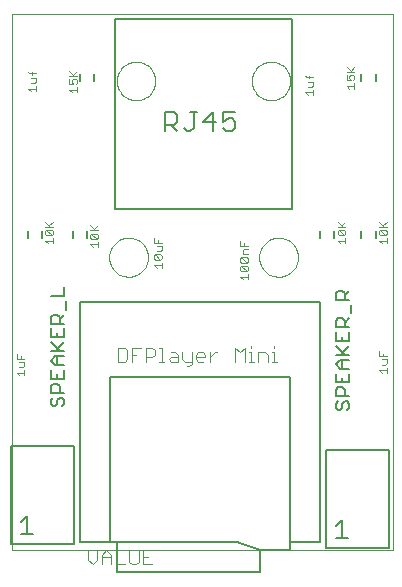
<source format=gto>
G75*
%MOIN*%
%OFA0B0*%
%FSLAX24Y24*%
%IPPOS*%
%LPD*%
%AMOC8*
5,1,8,0,0,1.08239X$1,22.5*
%
%ADD10C,0.0000*%
%ADD11C,0.0080*%
%ADD12C,0.0060*%
%ADD13C,0.0040*%
%ADD14C,0.0050*%
D10*
X000191Y000875D02*
X000191Y018736D01*
X012877Y018736D01*
X012877Y000875D01*
X000191Y000875D01*
X003416Y010625D02*
X003418Y010675D01*
X003424Y010725D01*
X003434Y010775D01*
X003447Y010823D01*
X003464Y010871D01*
X003485Y010917D01*
X003509Y010961D01*
X003537Y011003D01*
X003568Y011043D01*
X003602Y011080D01*
X003639Y011115D01*
X003678Y011146D01*
X003719Y011175D01*
X003763Y011200D01*
X003809Y011222D01*
X003856Y011240D01*
X003904Y011254D01*
X003953Y011265D01*
X004003Y011272D01*
X004053Y011275D01*
X004104Y011274D01*
X004154Y011269D01*
X004204Y011260D01*
X004252Y011248D01*
X004300Y011231D01*
X004346Y011211D01*
X004391Y011188D01*
X004434Y011161D01*
X004474Y011131D01*
X004512Y011098D01*
X004547Y011062D01*
X004580Y011023D01*
X004609Y010982D01*
X004635Y010939D01*
X004658Y010894D01*
X004677Y010847D01*
X004692Y010799D01*
X004704Y010750D01*
X004712Y010700D01*
X004716Y010650D01*
X004716Y010600D01*
X004712Y010550D01*
X004704Y010500D01*
X004692Y010451D01*
X004677Y010403D01*
X004658Y010356D01*
X004635Y010311D01*
X004609Y010268D01*
X004580Y010227D01*
X004547Y010188D01*
X004512Y010152D01*
X004474Y010119D01*
X004434Y010089D01*
X004391Y010062D01*
X004346Y010039D01*
X004300Y010019D01*
X004252Y010002D01*
X004204Y009990D01*
X004154Y009981D01*
X004104Y009976D01*
X004053Y009975D01*
X004003Y009978D01*
X003953Y009985D01*
X003904Y009996D01*
X003856Y010010D01*
X003809Y010028D01*
X003763Y010050D01*
X003719Y010075D01*
X003678Y010104D01*
X003639Y010135D01*
X003602Y010170D01*
X003568Y010207D01*
X003537Y010247D01*
X003509Y010289D01*
X003485Y010333D01*
X003464Y010379D01*
X003447Y010427D01*
X003434Y010475D01*
X003424Y010525D01*
X003418Y010575D01*
X003416Y010625D01*
X008416Y010625D02*
X008418Y010675D01*
X008424Y010725D01*
X008434Y010775D01*
X008447Y010823D01*
X008464Y010871D01*
X008485Y010917D01*
X008509Y010961D01*
X008537Y011003D01*
X008568Y011043D01*
X008602Y011080D01*
X008639Y011115D01*
X008678Y011146D01*
X008719Y011175D01*
X008763Y011200D01*
X008809Y011222D01*
X008856Y011240D01*
X008904Y011254D01*
X008953Y011265D01*
X009003Y011272D01*
X009053Y011275D01*
X009104Y011274D01*
X009154Y011269D01*
X009204Y011260D01*
X009252Y011248D01*
X009300Y011231D01*
X009346Y011211D01*
X009391Y011188D01*
X009434Y011161D01*
X009474Y011131D01*
X009512Y011098D01*
X009547Y011062D01*
X009580Y011023D01*
X009609Y010982D01*
X009635Y010939D01*
X009658Y010894D01*
X009677Y010847D01*
X009692Y010799D01*
X009704Y010750D01*
X009712Y010700D01*
X009716Y010650D01*
X009716Y010600D01*
X009712Y010550D01*
X009704Y010500D01*
X009692Y010451D01*
X009677Y010403D01*
X009658Y010356D01*
X009635Y010311D01*
X009609Y010268D01*
X009580Y010227D01*
X009547Y010188D01*
X009512Y010152D01*
X009474Y010119D01*
X009434Y010089D01*
X009391Y010062D01*
X009346Y010039D01*
X009300Y010019D01*
X009252Y010002D01*
X009204Y009990D01*
X009154Y009981D01*
X009104Y009976D01*
X009053Y009975D01*
X009003Y009978D01*
X008953Y009985D01*
X008904Y009996D01*
X008856Y010010D01*
X008809Y010028D01*
X008763Y010050D01*
X008719Y010075D01*
X008678Y010104D01*
X008639Y010135D01*
X008602Y010170D01*
X008568Y010207D01*
X008537Y010247D01*
X008509Y010289D01*
X008485Y010333D01*
X008464Y010379D01*
X008447Y010427D01*
X008434Y010475D01*
X008424Y010525D01*
X008418Y010575D01*
X008416Y010625D01*
X008176Y016500D02*
X008178Y016550D01*
X008184Y016600D01*
X008194Y016649D01*
X008207Y016698D01*
X008225Y016745D01*
X008246Y016791D01*
X008270Y016834D01*
X008298Y016876D01*
X008329Y016916D01*
X008363Y016953D01*
X008400Y016987D01*
X008440Y017018D01*
X008482Y017046D01*
X008525Y017070D01*
X008571Y017091D01*
X008618Y017109D01*
X008667Y017122D01*
X008716Y017132D01*
X008766Y017138D01*
X008816Y017140D01*
X008866Y017138D01*
X008916Y017132D01*
X008965Y017122D01*
X009014Y017109D01*
X009061Y017091D01*
X009107Y017070D01*
X009150Y017046D01*
X009192Y017018D01*
X009232Y016987D01*
X009269Y016953D01*
X009303Y016916D01*
X009334Y016876D01*
X009362Y016834D01*
X009386Y016791D01*
X009407Y016745D01*
X009425Y016698D01*
X009438Y016649D01*
X009448Y016600D01*
X009454Y016550D01*
X009456Y016500D01*
X009454Y016450D01*
X009448Y016400D01*
X009438Y016351D01*
X009425Y016302D01*
X009407Y016255D01*
X009386Y016209D01*
X009362Y016166D01*
X009334Y016124D01*
X009303Y016084D01*
X009269Y016047D01*
X009232Y016013D01*
X009192Y015982D01*
X009150Y015954D01*
X009107Y015930D01*
X009061Y015909D01*
X009014Y015891D01*
X008965Y015878D01*
X008916Y015868D01*
X008866Y015862D01*
X008816Y015860D01*
X008766Y015862D01*
X008716Y015868D01*
X008667Y015878D01*
X008618Y015891D01*
X008571Y015909D01*
X008525Y015930D01*
X008482Y015954D01*
X008440Y015982D01*
X008400Y016013D01*
X008363Y016047D01*
X008329Y016084D01*
X008298Y016124D01*
X008270Y016166D01*
X008246Y016209D01*
X008225Y016255D01*
X008207Y016302D01*
X008194Y016351D01*
X008184Y016400D01*
X008178Y016450D01*
X008176Y016500D01*
X003676Y016500D02*
X003678Y016550D01*
X003684Y016600D01*
X003694Y016649D01*
X003707Y016698D01*
X003725Y016745D01*
X003746Y016791D01*
X003770Y016834D01*
X003798Y016876D01*
X003829Y016916D01*
X003863Y016953D01*
X003900Y016987D01*
X003940Y017018D01*
X003982Y017046D01*
X004025Y017070D01*
X004071Y017091D01*
X004118Y017109D01*
X004167Y017122D01*
X004216Y017132D01*
X004266Y017138D01*
X004316Y017140D01*
X004366Y017138D01*
X004416Y017132D01*
X004465Y017122D01*
X004514Y017109D01*
X004561Y017091D01*
X004607Y017070D01*
X004650Y017046D01*
X004692Y017018D01*
X004732Y016987D01*
X004769Y016953D01*
X004803Y016916D01*
X004834Y016876D01*
X004862Y016834D01*
X004886Y016791D01*
X004907Y016745D01*
X004925Y016698D01*
X004938Y016649D01*
X004948Y016600D01*
X004954Y016550D01*
X004956Y016500D01*
X004954Y016450D01*
X004948Y016400D01*
X004938Y016351D01*
X004925Y016302D01*
X004907Y016255D01*
X004886Y016209D01*
X004862Y016166D01*
X004834Y016124D01*
X004803Y016084D01*
X004769Y016047D01*
X004732Y016013D01*
X004692Y015982D01*
X004650Y015954D01*
X004607Y015930D01*
X004561Y015909D01*
X004514Y015891D01*
X004465Y015878D01*
X004416Y015868D01*
X004366Y015862D01*
X004316Y015860D01*
X004266Y015862D01*
X004216Y015868D01*
X004167Y015878D01*
X004118Y015891D01*
X004071Y015909D01*
X004025Y015930D01*
X003982Y015954D01*
X003940Y015982D01*
X003900Y016013D01*
X003863Y016047D01*
X003829Y016084D01*
X003798Y016124D01*
X003770Y016166D01*
X003746Y016209D01*
X003725Y016255D01*
X003707Y016302D01*
X003694Y016351D01*
X003684Y016400D01*
X003678Y016450D01*
X003676Y016500D01*
D11*
X003602Y018564D02*
X003602Y012241D01*
X009529Y012241D01*
X009529Y018564D01*
X003602Y018564D01*
X002242Y004333D02*
X000140Y004333D01*
X000140Y001069D01*
X002242Y001069D01*
X002242Y004333D01*
X010640Y004208D02*
X010640Y000944D01*
X012742Y000944D01*
X012742Y004208D01*
X010640Y004208D01*
D12*
X011044Y005530D02*
X010970Y005603D01*
X010970Y005750D01*
X011044Y005824D01*
X011191Y005750D02*
X011264Y005824D01*
X011337Y005824D01*
X011411Y005750D01*
X011411Y005603D01*
X011337Y005530D01*
X011191Y005603D02*
X011191Y005750D01*
X011191Y005603D02*
X011117Y005530D01*
X011044Y005530D01*
X010970Y005990D02*
X010970Y006211D01*
X011044Y006284D01*
X011191Y006284D01*
X011264Y006211D01*
X011264Y005990D01*
X011411Y005990D02*
X010970Y005990D01*
X010970Y006451D02*
X011411Y006451D01*
X011411Y006744D01*
X011411Y006911D02*
X011117Y006911D01*
X010970Y007058D01*
X011117Y007205D01*
X011411Y007205D01*
X011411Y007372D02*
X010970Y007372D01*
X011191Y007445D02*
X011411Y007665D01*
X011411Y007832D02*
X011411Y008126D01*
X011411Y008292D02*
X010970Y008292D01*
X010970Y008513D01*
X011044Y008586D01*
X011191Y008586D01*
X011264Y008513D01*
X011264Y008292D01*
X011264Y008439D02*
X011411Y008586D01*
X011484Y008753D02*
X011484Y009046D01*
X011411Y009213D02*
X010970Y009213D01*
X010970Y009433D01*
X011044Y009507D01*
X011191Y009507D01*
X011264Y009433D01*
X011264Y009213D01*
X011264Y009360D02*
X011411Y009507D01*
X010970Y008126D02*
X010970Y007832D01*
X011411Y007832D01*
X011191Y007832D02*
X011191Y007979D01*
X010970Y007665D02*
X011264Y007372D01*
X011191Y007205D02*
X011191Y006911D01*
X010970Y006744D02*
X010970Y006451D01*
X011191Y006451D02*
X011191Y006598D01*
X010927Y011257D02*
X010927Y011493D01*
X010455Y011493D02*
X010455Y011257D01*
X011830Y011257D02*
X011830Y011493D01*
X012302Y011493D02*
X012302Y011257D01*
X007628Y014937D02*
X007522Y014830D01*
X007308Y014830D01*
X007201Y014937D01*
X007201Y015150D02*
X007415Y015257D01*
X007522Y015257D01*
X007628Y015150D01*
X007628Y014937D01*
X007201Y015150D02*
X007201Y015471D01*
X007628Y015471D01*
X006984Y015150D02*
X006557Y015150D01*
X006877Y015471D01*
X006877Y014830D01*
X006232Y014937D02*
X006126Y014830D01*
X006019Y014830D01*
X005912Y014937D01*
X005695Y014830D02*
X005481Y015044D01*
X005588Y015044D02*
X005268Y015044D01*
X005268Y014830D02*
X005268Y015471D01*
X005588Y015471D01*
X005695Y015364D01*
X005695Y015150D01*
X005588Y015044D01*
X006232Y014937D02*
X006232Y015471D01*
X006126Y015471D02*
X006339Y015471D01*
X002927Y016507D02*
X002927Y016743D01*
X002455Y016743D02*
X002455Y016507D01*
X002677Y011493D02*
X002677Y011257D01*
X002205Y011257D02*
X002205Y011493D01*
X001177Y011493D02*
X001177Y011257D01*
X000705Y011257D02*
X000705Y011493D01*
X001911Y009632D02*
X001911Y009338D01*
X001470Y009338D01*
X001984Y009171D02*
X001984Y008878D01*
X001911Y008711D02*
X001764Y008564D01*
X001764Y008638D02*
X001764Y008417D01*
X001911Y008417D02*
X001470Y008417D01*
X001470Y008638D01*
X001544Y008711D01*
X001691Y008711D01*
X001764Y008638D01*
X001911Y008251D02*
X001911Y007957D01*
X001470Y007957D01*
X001470Y008251D01*
X001691Y008104D02*
X001691Y007957D01*
X001911Y007790D02*
X001691Y007570D01*
X001764Y007497D02*
X001470Y007790D01*
X001470Y007497D02*
X001911Y007497D01*
X001911Y007330D02*
X001617Y007330D01*
X001470Y007183D01*
X001617Y007036D01*
X001911Y007036D01*
X001911Y006869D02*
X001911Y006576D01*
X001470Y006576D01*
X001470Y006869D01*
X001691Y006723D02*
X001691Y006576D01*
X001691Y006409D02*
X001764Y006336D01*
X001764Y006115D01*
X001911Y006115D02*
X001470Y006115D01*
X001470Y006336D01*
X001544Y006409D01*
X001691Y006409D01*
X001764Y005949D02*
X001837Y005949D01*
X001911Y005875D01*
X001911Y005728D01*
X001837Y005655D01*
X001691Y005728D02*
X001617Y005655D01*
X001544Y005655D01*
X001470Y005728D01*
X001470Y005875D01*
X001544Y005949D01*
X001691Y005875D02*
X001764Y005949D01*
X001691Y005875D02*
X001691Y005728D01*
X001691Y007036D02*
X001691Y007330D01*
X011830Y016507D02*
X011830Y016743D01*
X012302Y016743D02*
X012302Y016507D01*
D13*
X011596Y016565D02*
X011552Y016521D01*
X011596Y016565D02*
X011596Y016651D01*
X011552Y016695D01*
X011466Y016695D01*
X011422Y016651D01*
X011422Y016608D01*
X011466Y016521D01*
X011336Y016521D01*
X011336Y016695D01*
X011336Y016797D02*
X011596Y016797D01*
X011509Y016797D02*
X011336Y016971D01*
X011466Y016841D02*
X011596Y016971D01*
X011596Y016418D02*
X011596Y016245D01*
X011596Y016332D02*
X011336Y016332D01*
X011422Y016245D01*
X010221Y016207D02*
X010221Y016033D01*
X010221Y016120D02*
X009961Y016120D01*
X010047Y016033D01*
X010047Y016310D02*
X010177Y016310D01*
X010221Y016353D01*
X010221Y016483D01*
X010047Y016483D01*
X010091Y016586D02*
X010091Y016673D01*
X010004Y016629D02*
X009961Y016673D01*
X010004Y016629D02*
X010221Y016629D01*
X002346Y016672D02*
X002086Y016672D01*
X002086Y016570D02*
X002086Y016396D01*
X002216Y016396D01*
X002172Y016483D01*
X002172Y016526D01*
X002216Y016570D01*
X002302Y016570D01*
X002346Y016526D01*
X002346Y016440D01*
X002302Y016396D01*
X002346Y016293D02*
X002346Y016120D01*
X002346Y016207D02*
X002086Y016207D01*
X002172Y016120D01*
X002259Y016672D02*
X002086Y016846D01*
X002216Y016716D02*
X002346Y016846D01*
X000971Y016754D02*
X000754Y016754D01*
X000711Y016798D01*
X000841Y016798D02*
X000841Y016711D01*
X000797Y016608D02*
X000971Y016608D01*
X000971Y016478D01*
X000927Y016435D01*
X000797Y016435D01*
X000971Y016332D02*
X000971Y016158D01*
X000971Y016245D02*
X000711Y016245D01*
X000797Y016158D01*
X001286Y011817D02*
X001459Y011644D01*
X001416Y011687D02*
X001546Y011817D01*
X001546Y011644D02*
X001286Y011644D01*
X001329Y011541D02*
X001502Y011368D01*
X001546Y011411D01*
X001546Y011498D01*
X001502Y011541D01*
X001329Y011541D01*
X001286Y011498D01*
X001286Y011411D01*
X001329Y011368D01*
X001502Y011368D01*
X001546Y011265D02*
X001546Y011091D01*
X001546Y011178D02*
X001286Y011178D01*
X001372Y011091D01*
X002786Y011053D02*
X002872Y010966D01*
X002786Y011053D02*
X003046Y011053D01*
X003046Y010966D02*
X003046Y011140D01*
X003002Y011243D02*
X002829Y011416D01*
X003002Y011416D01*
X003046Y011373D01*
X003046Y011286D01*
X003002Y011243D01*
X002829Y011243D01*
X002786Y011286D01*
X002786Y011373D01*
X002829Y011416D01*
X002786Y011519D02*
X003046Y011519D01*
X002959Y011519D02*
X002786Y011692D01*
X002916Y011562D02*
X003046Y011692D01*
X004911Y011272D02*
X004911Y011099D01*
X005171Y011099D01*
X005171Y010996D02*
X004997Y010996D01*
X005041Y011099D02*
X005041Y011185D01*
X005171Y010996D02*
X005171Y010866D01*
X005127Y010822D01*
X004997Y010822D01*
X004954Y010720D02*
X005127Y010546D01*
X005171Y010590D01*
X005171Y010676D01*
X005127Y010720D01*
X004954Y010720D01*
X004911Y010676D01*
X004911Y010590D01*
X004954Y010546D01*
X005127Y010546D01*
X005171Y010443D02*
X005171Y010270D01*
X005171Y010357D02*
X004911Y010357D01*
X004997Y010270D01*
X007786Y010215D02*
X007786Y010301D01*
X007829Y010345D01*
X008002Y010171D01*
X008046Y010215D01*
X008046Y010301D01*
X008002Y010345D01*
X007829Y010345D01*
X007829Y010447D02*
X007786Y010491D01*
X007786Y010578D01*
X007829Y010621D01*
X008002Y010447D01*
X008046Y010491D01*
X008046Y010578D01*
X008002Y010621D01*
X007829Y010621D01*
X007872Y010724D02*
X007872Y010854D01*
X007916Y010897D01*
X008046Y010897D01*
X008046Y011000D02*
X007786Y011000D01*
X007786Y011173D01*
X007916Y011087D02*
X007916Y011000D01*
X007872Y010724D02*
X008046Y010724D01*
X008002Y010447D02*
X007829Y010447D01*
X007786Y010215D02*
X007829Y010171D01*
X008002Y010171D01*
X008046Y010068D02*
X008046Y009895D01*
X008046Y009982D02*
X007786Y009982D01*
X007872Y009895D01*
X011036Y011178D02*
X011296Y011178D01*
X011296Y011091D02*
X011296Y011265D01*
X011252Y011368D02*
X011079Y011541D01*
X011252Y011541D01*
X011296Y011498D01*
X011296Y011411D01*
X011252Y011368D01*
X011079Y011368D01*
X011036Y011411D01*
X011036Y011498D01*
X011079Y011541D01*
X011036Y011644D02*
X011296Y011644D01*
X011209Y011644D02*
X011036Y011817D01*
X011166Y011687D02*
X011296Y011817D01*
X012411Y011817D02*
X012584Y011644D01*
X012541Y011687D02*
X012671Y011817D01*
X012671Y011644D02*
X012411Y011644D01*
X012454Y011541D02*
X012627Y011368D01*
X012671Y011411D01*
X012671Y011498D01*
X012627Y011541D01*
X012454Y011541D01*
X012411Y011498D01*
X012411Y011411D01*
X012454Y011368D01*
X012627Y011368D01*
X012671Y011265D02*
X012671Y011091D01*
X012671Y011178D02*
X012411Y011178D01*
X012497Y011091D01*
X011122Y011091D02*
X011036Y011178D01*
X008929Y007682D02*
X008929Y007605D01*
X008929Y007452D02*
X008929Y007145D01*
X009005Y007145D02*
X008852Y007145D01*
X008698Y007145D02*
X008698Y007375D01*
X008622Y007452D01*
X008391Y007452D01*
X008391Y007145D01*
X008238Y007145D02*
X008085Y007145D01*
X008161Y007145D02*
X008161Y007452D01*
X008085Y007452D01*
X008161Y007605D02*
X008161Y007682D01*
X007931Y007605D02*
X007931Y007145D01*
X007624Y007145D02*
X007624Y007605D01*
X007778Y007452D01*
X007931Y007605D01*
X007010Y007452D02*
X006934Y007452D01*
X006780Y007298D01*
X006780Y007145D02*
X006780Y007452D01*
X006627Y007375D02*
X006627Y007298D01*
X006320Y007298D01*
X006320Y007222D02*
X006320Y007375D01*
X006396Y007452D01*
X006550Y007452D01*
X006627Y007375D01*
X006550Y007145D02*
X006396Y007145D01*
X006320Y007222D01*
X006166Y007145D02*
X005936Y007145D01*
X005859Y007222D01*
X005859Y007452D01*
X005706Y007375D02*
X005629Y007452D01*
X005476Y007452D01*
X005476Y007298D02*
X005706Y007298D01*
X005706Y007375D02*
X005706Y007145D01*
X005476Y007145D01*
X005399Y007222D01*
X005476Y007298D01*
X005245Y007145D02*
X005092Y007145D01*
X005169Y007145D02*
X005169Y007605D01*
X005092Y007605D01*
X004939Y007529D02*
X004939Y007375D01*
X004862Y007298D01*
X004632Y007298D01*
X004632Y007145D02*
X004632Y007605D01*
X004862Y007605D01*
X004939Y007529D01*
X004478Y007605D02*
X004171Y007605D01*
X004171Y007145D01*
X004018Y007222D02*
X004018Y007529D01*
X003941Y007605D01*
X003711Y007605D01*
X003711Y007145D01*
X003941Y007145D01*
X004018Y007222D01*
X004171Y007375D02*
X004325Y007375D01*
X006013Y006992D02*
X006089Y006992D01*
X006166Y007068D01*
X006166Y007452D01*
X008852Y007452D02*
X008929Y007452D01*
X012411Y007496D02*
X012411Y007322D01*
X012671Y007322D01*
X012671Y007220D02*
X012497Y007220D01*
X012541Y007322D02*
X012541Y007409D01*
X012671Y007220D02*
X012671Y007090D01*
X012627Y007046D01*
X012497Y007046D01*
X012671Y006943D02*
X012671Y006770D01*
X012671Y006857D02*
X012411Y006857D01*
X012497Y006770D01*
X004859Y000855D02*
X004552Y000855D01*
X004552Y000395D01*
X004859Y000395D01*
X004706Y000625D02*
X004552Y000625D01*
X004399Y000472D02*
X004399Y000855D01*
X004092Y000855D02*
X004092Y000472D01*
X004169Y000395D01*
X004322Y000395D01*
X004399Y000472D01*
X003939Y000395D02*
X003632Y000395D01*
X003632Y000855D01*
X003478Y000702D02*
X003325Y000855D01*
X003171Y000702D01*
X003171Y000395D01*
X003018Y000548D02*
X003018Y000855D01*
X003171Y000625D02*
X003478Y000625D01*
X003478Y000702D02*
X003478Y000395D01*
X003018Y000548D02*
X002864Y000395D01*
X002711Y000548D01*
X002711Y000855D01*
X000596Y006691D02*
X000596Y006865D01*
X000596Y006778D02*
X000336Y006778D01*
X000422Y006691D01*
X000422Y006968D02*
X000552Y006968D01*
X000596Y007011D01*
X000596Y007141D01*
X000422Y007141D01*
X000466Y007244D02*
X000466Y007331D01*
X000336Y007417D02*
X000336Y007244D01*
X000596Y007244D01*
D14*
X003441Y006625D02*
X003441Y001125D01*
X003691Y001125D01*
X003691Y000125D01*
X008441Y000125D01*
X008441Y000875D01*
X007691Y001125D01*
X003691Y001125D01*
X003441Y001125D02*
X002441Y001125D01*
X002441Y009125D01*
X010441Y009125D01*
X010441Y001125D01*
X009441Y001125D01*
X009441Y000875D01*
X008441Y000875D01*
X009441Y001125D02*
X009441Y006625D01*
X003441Y006625D01*
X000685Y001999D02*
X000685Y001388D01*
X000482Y001388D02*
X000889Y001388D01*
X000482Y001795D02*
X000685Y001999D01*
X010982Y001670D02*
X011185Y001874D01*
X011185Y001263D01*
X010982Y001263D02*
X011389Y001263D01*
M02*

</source>
